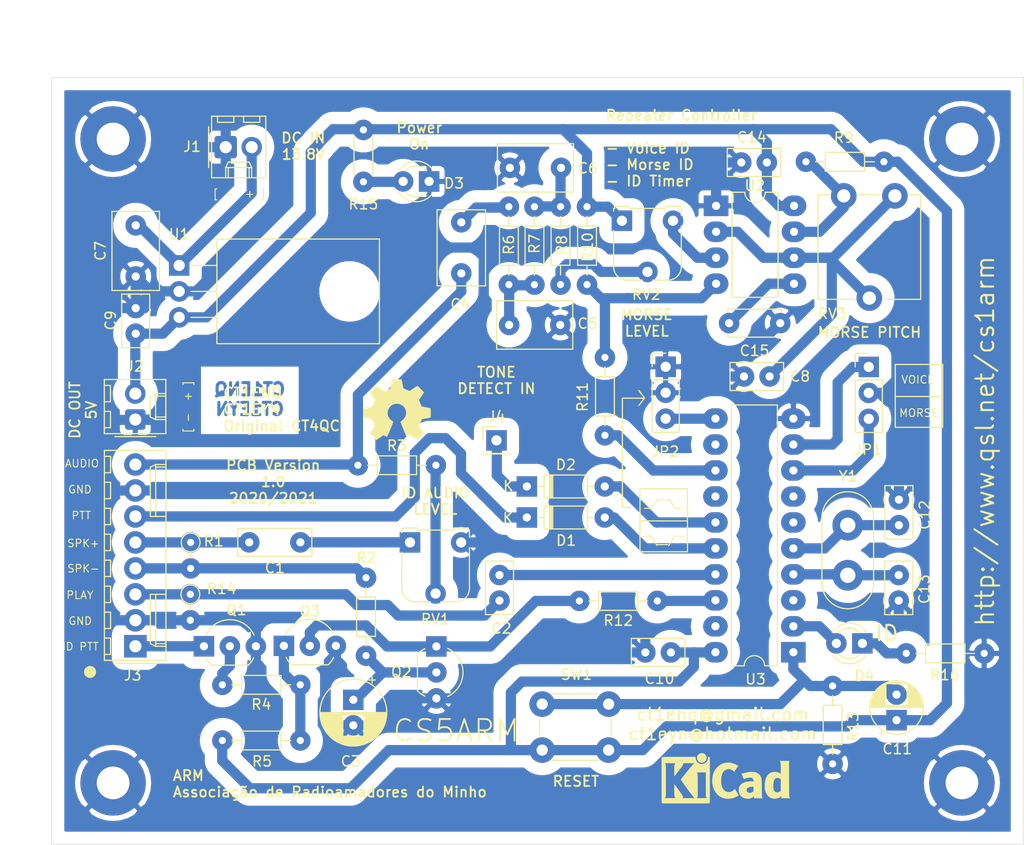
<source format=kicad_pcb>
(kicad_pcb (version 20171130) (host pcbnew 5.1.10-1.fc34)
  (title_block (title "Repeater Controller ID Board (NEUTEC 1645HS)") (date 2021-06-16) (rev 1.0) (company "ARM - Associação de Radioamadores do Minho") (comment 1 "by CT1ENQ, CT1EYN") (comment 2 "CT4QC Original") (comment 3 "Adapted from") (comment 4 "Top (MCU, ISD_VOICE, ID Interface, Morse Code)"))
  (layers (0 F.Cu signal) (31 B.Cu signal) (34 B.Paste user) (35 F.Paste user) (36 B.SilkS user) (37 F.SilkS user) (38 B.Mask user) (39 F.Mask user) (44 Edge.Cuts user))
  (net 0 "")
  (net 1 ISD_SPK+)
  (net 2 "Net-(C1-Pad1)")
  (net 3 ISD_PLAY)
  (net 4 "Net-(C2-Pad1)")
  (net 5 GND)
  (net 6 "Net-(C3-Pad1)")
  (net 7 "Net-(C4-Pad2)")
  (net 8 "Net-(C5-Pad1)")
  (net 9 "Net-(C6-Pad1)")
  (net 10 VCC)
  (net 11 "Net-(C8-Pad1)")
  (net 12 +5V)
  (net 13 "Net-(C11-Pad2)")
  (net 14 "Net-(C12-Pad1)")
  (net 15 "Net-(C13-Pad1)")
  (net 16 ISD_SPK-)
  (net 17 PTT)
  (net 18 "Net-(Q1-Pad2)")
  (net 19 "Net-(Q3-Pad1)")
  (net 20 "Net-(R3-Pad2)")
  (net 21 "Net-(R8-Pad2)")
  (net 22 "Net-(R9-Pad2)")
  (net 23 "Net-(R10-Pad2)")
  (net 24 "Net-(R11-Pad2)")
  (net 25 "Net-(U3-Pad7)")
  (net 26 "Net-(U3-Pad6)")
  (net 27 "Net-(U3-Pad14)")
  (net 28 "Net-(U3-Pad3)")
  (net 29 "Net-(U3-Pad12)")
  (net 30 ID_PTT)
  (net 31 Audio)
  (net 32 "Net-(C15-Pad1)")
  (net 33 "Net-(RV2-Pad3)")
  (net 34 "Net-(JP1-Pad3)")
  (net 35 "Net-(JP2-Pad3)")
  (net 36 "Net-(Q2-Pad1)")
  (net 37 "Net-(R12-Pad1)")
  (net 38 "Net-(JP1-Pad1)")
  (net 39 PTT_IN)
  (net 40 TONE_IN)
  (net 41 "Net-(U3-Pad19)")
  (net 42 ToneDetector)
  (net 43 "Net-(D4-Pad2)")
  (net 44 "Net-(D4-Pad1)")
  (net 45 "Net-(D3-Pad2)")
  (module Symbol:OSHW-Symbol_6.7x6mm_SilkScreen (layer F.Cu) (at 133.73882 82.48914)
    (fp_text reference REF** hide)
    (fp_text value OSHW-Symbol_6.7x6mm_SilkScreen hide)
  )
  (module Symbol:KiCad-Logo_5mm_SilkScreen (layer F.Cu) (at 165.90538 119.06514)
    (fp_text reference REF** hide)
    (fp_text value KiCad-Logo_5mm_SilkScreen hide)
  )
  (module Resistor_THT:R_Axial_DIN0204_L3.6mm_D1.6mm_P5.08mm_Horizontal (layer F.Cu) (at 130.47492 55.11302 270)
    (fp_text reference R15 (at 7.2644 0 180) (layer F.SilkS))
    (fp_text value 1k)
    (pad 2 thru_hole oval (at 5.08 0 270) (size 2 2) (drill 0.7) (layers *.Cu *.Mask) (net 45 "Net-(D3-Pad2)"))
    (pad 1 thru_hole circle (at 0 0 270) (size 2 2) (drill 0.7) (layers *.Cu *.Mask) (net 12 +5V))
  )
  (module Connector_Molex:Molex_KK-254_AE-6410-02A_1x02_P2.54mm_Vertical (layer F.Cu) (at 117.01 56.8)
    (fp_text reference J1 (at -3.28892 -0.05122) (layer F.SilkS))
    (fp_text value Conn_01x02)
    (pad 2 thru_hole oval (at 2.54 0) (size 2 2) (drill 1.19) (layers *.Cu *.Mask) (net 10 VCC))
    (pad 1 thru_hole roundrect (at 0 0) (size 2.2 2.2) (drill 1.19) (layers *.Cu *.Mask) (roundrect_rratio 0.144) (net 5 GND))
  )
  (module Resistor_THT:R_Axial_DIN0204_L3.6mm_D1.6mm_P7.62mm_Horizontal (layer F.Cu) (at 183.55584 106.32704)
    (fp_text reference R16 (at 3.76428 2.11328) (layer F.SilkS))
    (fp_text value 1k)
    (pad 2 thru_hole oval (at 7.62 0) (size 2 2) (drill 0.7) (layers *.Cu *.Mask) (net 5 GND))
    (pad 1 thru_hole circle (at 0 0) (size 2 2) (drill 0.7) (layers *.Cu *.Mask) (net 44 "Net-(D4-Pad1)"))
  )
  (module LED_THT:LED_D3.0mm (layer F.Cu) (at 179.26324 105.35168 180)
    (fp_text reference D4 (at -0.20574 -3.16992 180) (layer F.SilkS))
    (fp_text value LED)
    (pad 2 thru_hole circle (at 2.54 0 180) (size 2 2) (drill 0.9) (layers *.Cu *.Mask) (net 43 "Net-(D4-Pad2)"))
    (pad 1 thru_hole rect (at 0 0 180) (size 2 2) (drill 0.9) (layers *.Cu *.Mask) (net 44 "Net-(D4-Pad1)"))
  )
  (module LED_THT:LED_D3.0mm (layer F.Cu) (at 136.90112 60.15238 180)
    (fp_text reference D3 (at -2.43332 -0.18796) (layer F.SilkS))
    (fp_text value LED)
    (pad 2 thru_hole circle (at 2.54 0 180) (size 2 2) (drill 0.9) (layers *.Cu *.Mask) (net 45 "Net-(D3-Pad2)"))
    (pad 1 thru_hole rect (at 0 0 180) (size 2 2) (drill 0.9) (layers *.Cu *.Mask) (net 5 GND))
  )
  (module Resistor_THT:R_Axial_DIN0204_L3.6mm_D1.6mm_P2.54mm_Vertical (layer F.Cu) (at 113.55344 100.546 270)
    (fp_text reference R14 (at -0.5334 -3.05816 180) (layer F.SilkS))
    (fp_text value 10k)
    (pad 2 thru_hole oval (at 2.54 0 270) (size 2 2) (drill 0.7) (layers *.Cu *.Mask) (net 5 GND))
    (pad 1 thru_hole circle (at 0 0 270) (size 2 2) (drill 0.7) (layers *.Cu *.Mask) (net 3 ISD_PLAY))
  )
  (module Resistor_THT:R_Axial_DIN0204_L3.6mm_D1.6mm_P2.54mm_Vertical (layer F.Cu) (at 113.58392 95.47108 270)
    (fp_text reference R1 (at -0.127 -2.25044 180) (layer F.SilkS))
    (fp_text value 27)
    (pad 2 thru_hole oval (at 2.54 0 270) (size 2 2) (drill 0.7) (layers *.Cu *.Mask) (net 16 ISD_SPK-))
    (pad 1 thru_hole circle (at 0 0 270) (size 2 2) (drill 0.7) (layers *.Cu *.Mask) (net 1 ISD_SPK+))
  )
  (module Capacitor_THT:CP_Radial_D6.3mm_P2.50mm (layer F.Cu) (at 129.4894 110.86856 270)
    (fp_text reference C3 (at 6.0198 0.254 180) (layer F.SilkS))
    (fp_text value 100u/16V)
    (pad 2 thru_hole circle (at 2.5 0 270) (size 2 2) (drill 0.8) (layers *.Cu *.Mask) (net 5 GND))
    (pad 1 thru_hole rect (at 0 0 270) (size 2 2) (drill 0.8) (layers *.Cu *.Mask) (net 6 "Net-(C3-Pad1)"))
  )
  (module Potentiometer_THT:Potentiometer_ACP_CA9-V10_Vertical (layer F.Cu) (at 177.4446 61.56716 270)
    (fp_text reference RV3 (at 11.53668 1.12776) (layer F.SilkS))
    (fp_text value 22k)
    (pad 1 thru_hole circle (at 0 0 270) (size 2.5 2.5) (drill 1.3) (layers *.Cu *.Mask) (net 22 "Net-(R9-Pad2)"))
    (pad 2 thru_hole circle (at 10 -2.5 270) (size 2.5 2.5) (drill 1.3) (layers *.Cu *.Mask) (net 11 "Net-(C8-Pad1)"))
    (pad 3 thru_hole circle (at 0 -5 270) (size 2.5 2.5) (drill 1.3) (layers *.Cu *.Mask) (net 11 "Net-(C8-Pad1)"))
  )
  (module Capacitor_THT:C_Disc_D7.0mm_W2.5mm_P5.00mm (layer F.Cu) (at 124.31288 95.46092 180)
    (fp_text reference C1 (at 2.5 -2.5) (layer F.SilkS))
    (fp_text value 4n7)
    (pad 2 thru_hole circle (at 5 0 180) (size 2 2) (drill 0.8) (layers *.Cu *.Mask) (net 1 ISD_SPK+))
    (pad 1 thru_hole circle (at 0 0 180) (size 2 2) (drill 0.8) (layers *.Cu *.Mask) (net 2 "Net-(C1-Pad1)"))
  )
  (module Capacitor_THT:C_Disc_D5.0mm_W2.5mm_P5.00mm (layer F.Cu) (at 166.23304 74.01824)
    (fp_text reference C15 (at 2.48412 2.70256) (layer F.SilkS))
    (fp_text value 10n)
    (pad 2 thru_hole circle (at 5 0) (size 2 2) (drill 0.8) (layers *.Cu *.Mask) (net 5 GND))
    (pad 1 thru_hole circle (at 0 0) (size 2 2) (drill 0.8) (layers *.Cu *.Mask) (net 32 "Net-(C15-Pad1)"))
  )
  (module Capacitor_THT:C_Disc_D7.5mm_W4.4mm_P5.00mm (layer F.Cu) (at 108.21 69.45 90)
    (fp_text reference C7 (at 2.5 -3.45 90) (layer F.SilkS))
    (fp_text value 470n)
    (pad 2 thru_hole circle (at 5 0 90) (size 2 2) (drill 0.8) (layers *.Cu *.Mask) (net 10 VCC))
    (pad 1 thru_hole circle (at 0 0 90) (size 2 2) (drill 0.8) (layers *.Cu *.Mask) (net 5 GND))
  )
  (module Capacitor_THT:C_Rect_L7.2mm_W4.5mm_P5.00mm_FKS2_FKP2_MKS2_MKP2 (layer F.Cu) (at 149.79924 58.82396 180)
    (fp_text reference C6 (at -2.61112 -0.03556) (layer F.SilkS))
    (fp_text value 22n)
    (pad 2 thru_hole circle (at 5 0 180) (size 2 2) (drill 0.8) (layers *.Cu *.Mask) (net 5 GND))
    (pad 1 thru_hole circle (at 0 0 180) (size 2 2) (drill 0.8) (layers *.Cu *.Mask) (net 9 "Net-(C6-Pad1)"))
  )
  (module Capacitor_THT:C_Rect_L7.2mm_W4.5mm_P5.00mm_FKS2_FKP2_MKS2_MKP2 (layer F.Cu) (at 144.72432 74.19604)
    (fp_text reference C5 (at 7.66572 -0.13716) (layer F.SilkS))
    (fp_text value 22n)
    (pad 2 thru_hole circle (at 5 0) (size 2 2) (drill 0.8) (layers *.Cu *.Mask) (net 5 GND))
    (pad 1 thru_hole circle (at 0 0) (size 2 2) (drill 0.8) (layers *.Cu *.Mask) (net 8 "Net-(C5-Pad1)"))
  )
  (module Capacitor_THT:C_Rect_L7.2mm_W4.5mm_P5.00mm_FKS2_FKP2_MKS2_MKP2 (layer F.Cu) (at 140.04564 69.1516 90)
    (fp_text reference C4 (at -3.01752 -0.08636 180) (layer F.SilkS))
    (fp_text value 22n)
    (pad 2 thru_hole circle (at 5 0 90) (size 2 2) (drill 0.8) (layers *.Cu *.Mask) (net 7 "Net-(C4-Pad2)"))
    (pad 1 thru_hole circle (at 0 0 90) (size 2 2) (drill 0.8) (layers *.Cu *.Mask) (net 31 Audio))
  )
  (module MountingHole:MountingHole_3.2mm_M3_Pad (layer F.Cu) (at 189 56)
    (fp_text reference REF** hide)
    (fp_text value MountingHole_3.2mm_M3_Pad)
    (pad 1 thru_hole circle (at 0 0) (size 6.4 6.4) (drill 3.2) (layers *.Cu *.Mask) (net 5 GND))
  )
  (module MountingHole:MountingHole_3.2mm_M3_Pad (layer F.Cu) (at 189 119)
    (fp_text reference REF** hide)
    (fp_text value MountingHole_3.2mm_M3_Pad)
    (pad 1 thru_hole circle (at 0 0) (size 6.4 6.4) (drill 3.2) (layers *.Cu *.Mask) (net 5 GND))
  )
  (module MountingHole:MountingHole_3.2mm_M3_Pad (layer F.Cu) (at 106 119)
    (fp_text reference REF** hide)
    (fp_text value MountingHole_3.2mm_M3_Pad)
    (pad 1 thru_hole circle (at 0 0) (size 6.4 6.4) (drill 3.2) (layers *.Cu *.Mask) (net 5 GND))
  )
  (module MountingHole:MountingHole_3.2mm_M3_Pad (layer F.Cu) (at 106 56)
    (fp_text reference REF** hide)
    (fp_text value MountingHole_3.2mm_M3_Pad)
    (pad 1 thru_hole circle (at 0 0) (size 6.4 6.4) (drill 3.2) (layers *.Cu *.Mask) (net 5 GND))
  )
  (module Package_TO_SOT_THT:TO-220-3_Horizontal_TabDown (layer F.Cu) (at 112.46 68.37 270)
    (fp_text reference U1 (at -3.05888 0.00892 180) (layer F.SilkS))
    (fp_text value L7805)
    (pad 3 thru_hole circle (at 5.08 0 270) (size 2 2) (drill 1.1) (layers *.Cu *.Mask) (net 12 +5V))
    (pad 2 thru_hole oval (at 2.54 0 270) (size 2 2) (drill 1.1) (layers *.Cu *.Mask) (net 5 GND))
    (pad 1 thru_hole rect (at 0 0 270) (size 2 2) (drill 1.1) (layers *.Cu *.Mask) (net 10 VCC))
    (pad "" np_thru_hole oval (at 2.54 -16.66 270) (size 3.5 3.5) (drill 3.5) (layers *.Cu *.Mask))
  )
  (module Resistor_THT:R_Axial_DIN0204_L3.6mm_D1.6mm_P7.62mm_Horizontal (layer F.Cu) (at 176.3524 109.51728 270)
    (fp_text reference R13 (at 4.00304 -2.01168 270) (layer F.SilkS))
    (fp_text value 8k2)
    (pad 2 thru_hole circle (at 7.62 0 270) (size 2 2) (drill 0.7) (layers *.Cu *.Mask) (net 5 GND))
    (pad 1 thru_hole circle (at 0 0 270) (size 2 2) (drill 0.7) (layers *.Cu *.Mask) (net 13 "Net-(C11-Pad2)"))
  )
  (module Resistor_THT:R_Axial_DIN0204_L3.6mm_D1.6mm_P7.62mm_Horizontal (layer F.Cu) (at 116.6878 114.85128)
    (fp_text reference R5 (at 3.87096 2.04216) (layer F.SilkS))
    (fp_text value 4k7)
    (pad 1 thru_hole circle (at 0 0) (size 2 2) (drill 0.7) (layers *.Cu *.Mask) (net 12 +5V))
    (pad 2 thru_hole circle (at 7.62 0) (size 2 2) (drill 0.7) (layers *.Cu *.Mask) (net 19 "Net-(Q3-Pad1)"))
  )
  (module Resistor_THT:R_Axial_DIN0204_L3.6mm_D1.6mm_P7.62mm_Horizontal (layer F.Cu) (at 124.30526 109.40298 180)
    (fp_text reference R4 (at 3.81 -1.92) (layer F.SilkS))
    (fp_text value 3k9)
    (pad 2 thru_hole circle (at 7.62 0 180) (size 2 2) (drill 0.7) (layers *.Cu *.Mask) (net 18 "Net-(Q1-Pad2)"))
    (pad 1 thru_hole circle (at 0 0 180) (size 2 2) (drill 0.7) (layers *.Cu *.Mask) (net 19 "Net-(Q3-Pad1)"))
  )
  (module Connector_PinHeader_2.54mm:PinHeader_1x01_P2.54mm_Vertical (layer F.Cu) (at 143.48988 85.48888)
    (fp_text reference J4 (at 0 -2.33) (layer F.SilkS))
    (fp_text value "Tone Detector")
    (pad 1 thru_hole rect (at 0 0) (size 2 2) (drill 1) (layers *.Cu *.Mask) (net 42 ToneDetector))
  )
  (module Package_DIP:DIP-20_W7.62mm_LongPads (layer F.Cu) (at 172.517 106.21528 180)
    (fp_text reference U3 (at 3.69824 -2.6416) (layer F.SilkS))
    (fp_text value AT89C2051-24PU)
    (pad 20 thru_hole oval (at 7.62 0 180) (size 2.4 2) (drill 0.8) (layers *.Cu *.Mask) (net 12 +5V))
    (pad 10 thru_hole oval (at 0 22.86 180) (size 2.4 2) (drill 0.8) (layers *.Cu *.Mask) (net 5 GND))
    (pad 19 thru_hole oval (at 7.62 2.54 180) (size 2.4 2) (drill 0.8) (layers *.Cu *.Mask) (net 41 "Net-(U3-Pad19)"))
    (pad 9 thru_hole oval (at 0 20.32 180) (size 2.4 2) (drill 0.8) (layers *.Cu *.Mask) (net 38 "Net-(JP1-Pad1)"))
    (pad 18 thru_hole oval (at 7.62 5.08 180) (size 2.4 2) (drill 0.8) (layers *.Cu *.Mask) (net 37 "Net-(R12-Pad1)"))
    (pad 8 thru_hole oval (at 0 17.78 180) (size 2.4 2) (drill 0.8) (layers *.Cu *.Mask) (net 34 "Net-(JP1-Pad3)"))
    (pad 17 thru_hole oval (at 7.62 7.62 180) (size 2.4 2) (drill 0.8) (layers *.Cu *.Mask) (net 4 "Net-(C2-Pad1)"))
    (pad 7 thru_hole oval (at 0 15.24 180) (size 2.4 2) (drill 0.8) (layers *.Cu *.Mask) (net 25 "Net-(U3-Pad7)"))
    (pad 16 thru_hole oval (at 7.62 10.16 180) (size 2.4 2) (drill 0.8) (layers *.Cu *.Mask) (net 39 PTT_IN))
    (pad 6 thru_hole oval (at 0 12.7 180) (size 2.4 2) (drill 0.8) (layers *.Cu *.Mask) (net 26 "Net-(U3-Pad6)"))
    (pad 15 thru_hole oval (at 7.62 12.7 180) (size 2.4 2) (drill 0.8) (layers *.Cu *.Mask) (net 40 TONE_IN))
    (pad 5 thru_hole oval (at 0 10.16 180) (size 2.4 2) (drill 0.8) (layers *.Cu *.Mask) (net 14 "Net-(C12-Pad1)"))
    (pad 14 thru_hole oval (at 7.62 15.24 180) (size 2.4 2) (drill 0.8) (layers *.Cu *.Mask) (net 27 "Net-(U3-Pad14)"))
    (pad 4 thru_hole oval (at 0 7.62 180) (size 2.4 2) (drill 0.8) (layers *.Cu *.Mask) (net 15 "Net-(C13-Pad1)"))
    (pad 13 thru_hole oval (at 7.62 17.78 180) (size 2.4 2) (drill 0.8) (layers *.Cu *.Mask) (net 24 "Net-(R11-Pad2)"))
    (pad 3 thru_hole oval (at 0 5.08 180) (size 2.4 2) (drill 0.8) (layers *.Cu *.Mask) (net 28 "Net-(U3-Pad3)"))
    (pad 12 thru_hole oval (at 7.62 20.32 180) (size 2.4 2) (drill 0.8) (layers *.Cu *.Mask) (net 29 "Net-(U3-Pad12)"))
    (pad 2 thru_hole oval (at 0 2.54 180) (size 2.4 2) (drill 0.8) (layers *.Cu *.Mask) (net 43 "Net-(D4-Pad2)"))
    (pad 11 thru_hole oval (at 7.62 22.86 180) (size 2.4 2) (drill 0.8) (layers *.Cu *.Mask) (net 35 "Net-(JP2-Pad3)"))
    (pad 1 thru_hole rect (at 0 0 180) (size 2.4 2) (drill 0.8) (layers *.Cu *.Mask) (net 13 "Net-(C11-Pad2)"))
  )
  (module Diode_THT:D_DO-35_SOD27_P7.62mm_Horizontal (layer F.Cu) (at 146.4566 89.99484)
    (fp_text reference D2 (at 3.81 -2.12) (layer F.SilkS))
    (fp_text value 1N4148)
    (fp_text user K (at -1.80848 -0.0508) (layer F.SilkS))
    (pad 2 thru_hole oval (at 7.62 0) (size 2 2) (drill 0.8) (layers *.Cu *.Mask) (net 40 TONE_IN))
    (pad 1 thru_hole rect (at 0 0) (size 2 2) (drill 0.8) (layers *.Cu *.Mask) (net 42 ToneDetector))
  )
  (module Diode_THT:D_DO-35_SOD27_P7.62mm_Horizontal (layer F.Cu) (at 146.4566 93.03268)
    (fp_text reference D1 (at 3.84048 2.25044) (layer F.SilkS))
    (fp_text value 1N4148)
    (fp_text user K (at -1.84404 0.06096) (layer F.SilkS))
    (pad 2 thru_hole oval (at 7.62 0) (size 2 2) (drill 0.8) (layers *.Cu *.Mask) (net 39 PTT_IN))
    (pad 1 thru_hole rect (at 0 0) (size 2 2) (drill 0.8) (layers *.Cu *.Mask) (net 17 PTT))
  )
  (module Capacitor_THT:C_Disc_D5.0mm_W2.5mm_P2.50mm (layer F.Cu) (at 143.78198 98.66386 270)
    (fp_text reference C2 (at 5.21716 -0.19304 180) (layer F.SilkS))
    (fp_text value 100n)
    (pad 2 thru_hole circle (at 2.5 0 270) (size 2 2) (drill 0.8) (layers *.Cu *.Mask) (net 3 ISD_PLAY))
    (pad 1 thru_hole circle (at 0 0 270) (size 2 2) (drill 0.8) (layers *.Cu *.Mask) (net 4 "Net-(C2-Pad1)"))
  )
  (module Connector_PinHeader_2.54mm:PinHeader_1x03_P2.54mm_Vertical (layer F.Cu) (at 160.03036 78.28544)
    (fp_text reference JP2 (at -0.04064 8.30072) (layer F.SilkS))
    (fp_text value "PLAY L2H or H2L")
    (pad 3 thru_hole oval (at 0 5.08) (size 2 2) (drill 1) (layers *.Cu *.Mask) (net 35 "Net-(JP2-Pad3)"))
    (pad 2 thru_hole oval (at 0 2.54) (size 2 2) (drill 1) (layers *.Cu *.Mask) (net 5 GND))
    (pad 1 thru_hole rect (at 0 0) (size 2 2) (drill 1) (layers *.Cu *.Mask) (net 5 GND))
  )
  (module Connector_PinHeader_2.54mm:PinHeader_1x03_P2.54mm_Vertical (layer F.Cu) (at 179.88808 78.30068)
    (fp_text reference JP1 (at -0.06604 8.08736) (layer F.SilkS))
    (fp_text value "ID TYPE(None/Either/Both?)")
    (pad 3 thru_hole oval (at 0 5.08) (size 2 2) (drill 1) (layers *.Cu *.Mask) (net 34 "Net-(JP1-Pad3)"))
    (pad 2 thru_hole oval (at 0 2.54) (size 2 2) (drill 1) (layers *.Cu *.Mask) (net 5 GND))
    (pad 1 thru_hole rect (at 0 0) (size 2 2) (drill 1) (layers *.Cu *.Mask) (net 38 "Net-(JP1-Pad1)"))
  )
  (module Button_Switch_THT:SW_PUSH_6mm_H4.3mm (layer F.Cu) (at 147.9552 111.2902)
    (fp_text reference SW1 (at 3.3528 -2.89052) (layer F.SilkS))
    (fp_text value RESET)
    (pad 1 thru_hole circle (at 6.5 0 90) (size 2.5 2.5) (drill 1.1) (layers *.Cu *.Mask) (net 13 "Net-(C11-Pad2)"))
    (pad 2 thru_hole circle (at 6.5 4.5 90) (size 2.5 2.5) (drill 1.1) (layers *.Cu *.Mask) (net 12 +5V))
    (pad 1 thru_hole circle (at 0 0 90) (size 2.5 2.5) (drill 1.1) (layers *.Cu *.Mask) (net 13 "Net-(C11-Pad2)"))
    (pad 2 thru_hole circle (at 0 4.5 90) (size 2.5 2.5) (drill 1.1) (layers *.Cu *.Mask) (net 12 +5V))
  )
  (module Resistor_THT:R_Axial_DIN0204_L3.6mm_D1.6mm_P7.62mm_Horizontal (layer F.Cu) (at 149.75 62.625 270)
    (fp_text reference R8 (at 3.75 -0.125 90) (layer F.SilkS))
    (fp_text value 820)
    (pad 2 thru_hole circle (at 7.62 0 270) (size 2 2) (drill 0.7) (layers *.Cu *.Mask) (net 21 "Net-(R8-Pad2)"))
    (pad 1 thru_hole circle (at 0 0 270) (size 2 2) (drill 0.7) (layers *.Cu *.Mask) (net 9 "Net-(C6-Pad1)"))
  )
  (module Resistor_THT:R_Axial_DIN0204_L3.6mm_D1.6mm_P7.62mm_Horizontal (layer F.Cu) (at 181.36636 58.2296 180)
    (fp_text reference R9 (at 3.92176 2.3622) (layer F.SilkS))
    (fp_text value 10k)
    (pad 2 thru_hole circle (at 7.62 0 180) (size 2 2) (drill 0.7) (layers *.Cu *.Mask) (net 22 "Net-(R9-Pad2)"))
    (pad 1 thru_hole circle (at 0 0 180) (size 2 2) (drill 0.7) (layers *.Cu *.Mask) (net 12 +5V))
  )
  (module Resistor_THT:R_Axial_DIN0204_L3.6mm_D1.6mm_P7.62mm_Horizontal (layer F.Cu) (at 147.2 70.25 90)
    (fp_text reference R7 (at 4 0 90) (layer F.SilkS))
    (fp_text value 820)
    (pad 2 thru_hole circle (at 7.62 0 90) (size 2 2) (drill 0.7) (layers *.Cu *.Mask) (net 9 "Net-(C6-Pad1)"))
    (pad 1 thru_hole circle (at 0 0 90) (size 2 2) (drill 0.7) (layers *.Cu *.Mask) (net 8 "Net-(C5-Pad1)"))
  )
  (module Resistor_THT:R_Axial_DIN0204_L3.6mm_D1.6mm_P7.62mm_Horizontal (layer F.Cu) (at 144.7 62.625 270)
    (fp_text reference R6 (at 3.725 0 90) (layer F.SilkS))
    (fp_text value 680)
    (pad 2 thru_hole circle (at 7.62 0 270) (size 2 2) (drill 0.7) (layers *.Cu *.Mask) (net 8 "Net-(C5-Pad1)"))
    (pad 1 thru_hole circle (at 0 0 270) (size 2 2) (drill 0.7) (layers *.Cu *.Mask) (net 7 "Net-(C4-Pad2)"))
  )
  (module Resistor_THT:R_Axial_DIN0204_L3.6mm_D1.6mm_P7.62mm_Horizontal (layer F.Cu) (at 129.94 87.92)
    (fp_text reference R3 (at 3.81 -1.92) (layer F.SilkS))
    (fp_text value 10k)
    (pad 2 thru_hole circle (at 7.62 0) (size 2 2) (drill 0.7) (layers *.Cu *.Mask) (net 20 "Net-(R3-Pad2)"))
    (pad 1 thru_hole circle (at 0 0) (size 2 2) (drill 0.7) (layers *.Cu *.Mask) (net 31 Audio))
  )
  (module Resistor_THT:R_Axial_DIN0204_L3.6mm_D1.6mm_P7.62mm_Horizontal (layer F.Cu) (at 130.73 106.55 90)
    (fp_text reference R2 (at 9.56508 0.0294 180) (layer F.SilkS))
    (fp_text value 1k)
    (pad 2 thru_hole circle (at 7.62 0 90) (size 2 2) (drill 0.7) (layers *.Cu *.Mask) (net 16 ISD_SPK-))
    (pad 1 thru_hole circle (at 0 0 90) (size 2 2) (drill 0.7) (layers *.Cu *.Mask) (net 6 "Net-(C3-Pad1)"))
  )
  (module Resistor_THT:R_Axial_DIN0204_L3.6mm_D1.6mm_P7.62mm_Horizontal (layer F.Cu) (at 159.21248 101.1937 180)
    (fp_text reference R12 (at 3.81 -1.92) (layer F.SilkS))
    (fp_text value 4K7)
    (pad 2 thru_hole circle (at 7.62 0 180) (size 2 2) (drill 0.7) (layers *.Cu *.Mask) (net 36 "Net-(Q2-Pad1)"))
    (pad 1 thru_hole circle (at 0 0 180) (size 2 2) (drill 0.7) (layers *.Cu *.Mask) (net 37 "Net-(R12-Pad1)"))
  )
  (module Resistor_THT:R_Axial_DIN0204_L3.6mm_D1.6mm_P7.62mm_Horizontal (layer F.Cu) (at 154.09184 77.37104 270)
    (fp_text reference R11 (at 3.87604 2.18948 90) (layer F.SilkS))
    (fp_text value 120)
    (pad 2 thru_hole circle (at 7.62 0 270) (size 2 2) (drill 0.7) (layers *.Cu *.Mask) (net 24 "Net-(R11-Pad2)"))
    (pad 1 thru_hole circle (at 0 0 270) (size 2 2) (drill 0.7) (layers *.Cu *.Mask) (net 23 "Net-(R10-Pad2)"))
  )
  (module Resistor_THT:R_Axial_DIN0204_L3.6mm_D1.6mm_P7.62mm_Horizontal (layer F.Cu) (at 152.34 62.625 270)
    (fp_text reference R10 (at 3.95 -0.06 90) (layer F.SilkS))
    (fp_text value 4k7)
    (pad 2 thru_hole circle (at 7.62 0 270) (size 2 2) (drill 0.7) (layers *.Cu *.Mask) (net 23 "Net-(R10-Pad2)"))
    (pad 1 thru_hole circle (at 0 0 270) (size 2 2) (drill 0.7) (layers *.Cu *.Mask) (net 12 +5V))
  )
  (module Potentiometer_THT:Potentiometer_Runtron_RM-065_Vertical (layer F.Cu) (at 155.75 64)
    (fp_text reference RV2 (at 2.39 7.22) (layer F.SilkS))
    (fp_text value 6k8)
    (pad 2 thru_hole circle (at 2.5 5) (size 2 2) (drill 1) (layers *.Cu *.Mask) (net 21 "Net-(R8-Pad2)"))
    (pad 1 thru_hole rect (at 0 0) (size 2 2) (drill 1) (layers *.Cu *.Mask) (net 12 +5V))
    (pad 3 thru_hole circle (at 5 0) (size 2 2) (drill 1) (layers *.Cu *.Mask) (net 33 "Net-(RV2-Pad3)"))
  )
  (module Capacitor_THT:C_Disc_D5.0mm_W2.5mm_P2.50mm (layer F.Cu) (at 169.925 58.3 180)
    (fp_text reference C14 (at 1.47708 2.47324) (layer F.SilkS))
    (fp_text value 100n)
    (pad 2 thru_hole circle (at 2.5 0 180) (size 2 2) (drill 0.8) (layers *.Cu *.Mask) (net 5 GND))
    (pad 1 thru_hole circle (at 0 0 180) (size 2 2) (drill 0.8) (layers *.Cu *.Mask) (net 12 +5V))
  )
  (module Potentiometer_THT:Potentiometer_Runtron_RM-065_Vertical (layer F.Cu) (at 135.03168 95.47108)
    (fp_text reference RV1 (at 2.47904 7.50824) (layer F.SilkS))
    (fp_text value 50k)
    (pad 2 thru_hole circle (at 2.5 5) (size 2 2) (drill 1) (layers *.Cu *.Mask) (net 20 "Net-(R3-Pad2)"))
    (pad 1 thru_hole rect (at 0 0) (size 2 2) (drill 1) (layers *.Cu *.Mask) (net 2 "Net-(C1-Pad1)"))
    (pad 3 thru_hole circle (at 5 0) (size 2 2) (drill 1) (layers *.Cu *.Mask) (net 5 GND))
  )
  (module Connector_Molex:Molex_KK-254_AE-6410-08A_1x08_P2.54mm_Vertical (layer F.Cu) (at 108.18 105.63 90)
    (fp_text reference J3 (at -2.84588 -0.26536 180) (layer F.SilkS))
    (fp_text value Conn_01x08)
    (pad 1 thru_hole rect (at 0 0 90) (size 2.2 2.2) (drill 1.19) (layers *.Cu *.Mask) (net 30 ID_PTT))
    (pad 2 thru_hole oval (at 2.54 0 90) (size 2.2 2.2) (drill 1.19) (layers *.Cu *.Mask) (net 5 GND))
    (pad 3 thru_hole oval (at 5.08 0 90) (size 2.2 2.2) (drill 1.19) (layers *.Cu *.Mask) (net 3 ISD_PLAY))
    (pad 4 thru_hole oval (at 7.62 0 90) (size 2.2 2.2) (drill 1.19) (layers *.Cu *.Mask) (net 16 ISD_SPK-))
    (pad 5 thru_hole oval (at 10.16 0 90) (size 2.2 2.2) (drill 1.19) (layers *.Cu *.Mask) (net 1 ISD_SPK+))
    (pad 6 thru_hole oval (at 12.7 0 90) (size 2.2 2.2) (drill 1.19) (layers *.Cu *.Mask) (net 17 PTT))
    (pad 7 thru_hole oval (at 15.24 0 90) (size 2.2 2.2) (drill 1.19) (layers *.Cu *.Mask) (net 5 GND))
    (pad 8 thru_hole oval (at 17.78 0 90) (size 2.2 2.2) (drill 1.19) (layers *.Cu *.Mask) (net 31 Audio))
  )
  (module Connector_Molex:Molex_KK-254_AE-6410-02A_1x02_P2.54mm_Vertical (layer F.Cu) (at 108.17 83.45 90)
    (fp_text reference J2 (at 5.20012 -0.02676 180) (layer F.SilkS))
    (fp_text value Conn_01x02)
    (pad 2 thru_hole oval (at 2.54 0 90) (size 2 2) (drill 1.19) (layers *.Cu *.Mask) (net 12 +5V))
    (pad 1 thru_hole roundrect (at 0 0 90) (size 2 2) (drill 1.19) (layers *.Cu *.Mask) (roundrect_rratio 0.144) (net 5 GND))
  )
  (module Capacitor_THT:C_Disc_D5.0mm_W2.5mm_P2.50mm (layer F.Cu) (at 182.81924 98.6664 270)
    (fp_text reference C13 (at 1.37668 -2.50444 90) (layer F.SilkS))
    (fp_text value 33p)
    (pad 2 thru_hole circle (at 2.5 0 270) (size 2 2) (drill 0.8) (layers *.Cu *.Mask) (net 5 GND))
    (pad 1 thru_hole circle (at 0 0 270) (size 2 2) (drill 0.8) (layers *.Cu *.Mask) (net 15 "Net-(C13-Pad1)"))
  )
  (module Capacitor_THT:C_Disc_D5.0mm_W2.5mm_P2.50mm (layer F.Cu) (at 182.83956 93.78452 90)
    (fp_text reference C12 (at 1.00584 2.52984 270) (layer F.SilkS))
    (fp_text value 33p)
    (pad 2 thru_hole circle (at 2.5 0 90) (size 2 2) (drill 0.8) (layers *.Cu *.Mask) (net 5 GND))
    (pad 1 thru_hole circle (at 0 0 90) (size 2 2) (drill 0.8) (layers *.Cu *.Mask) (net 14 "Net-(C12-Pad1)"))
  )
  (module Capacitor_THT:C_Disc_D5.0mm_W2.5mm_P2.50mm (layer F.Cu) (at 160.54408 106.2356 180)
    (fp_text reference C10 (at 1.11316 -2.57048) (layer F.SilkS))
    (fp_text value 100n)
    (pad 2 thru_hole circle (at 2.5 0 180) (size 2 2) (drill 0.8) (layers *.Cu *.Mask) (net 5 GND))
    (pad 1 thru_hole circle (at 0 0 180) (size 2 2) (drill 0.8) (layers *.Cu *.Mask) (net 12 +5V))
  )
  (module Capacitor_THT:C_Disc_D5.0mm_W2.5mm_P2.50mm (layer F.Cu) (at 108.21 72.55 270)
    (fp_text reference C9 (at 1.2 2.45 90) (layer F.SilkS))
    (fp_text value 100n)
    (pad 2 thru_hole circle (at 2.5 0 270) (size 2 2) (drill 0.8) (layers *.Cu *.Mask) (net 12 +5V))
    (pad 1 thru_hole circle (at 0 0 270) (size 2 2) (drill 0.8) (layers *.Cu *.Mask) (net 5 GND))
  )
  (module Capacitor_THT:C_Disc_D5.0mm_W2.5mm_P2.50mm (layer F.Cu) (at 170.19036 79.2354 180)
    (fp_text reference C8 (at -2.98196 0.00508) (layer F.SilkS))
    (fp_text value 100n)
    (pad 2 thru_hole circle (at 2.5 0 180) (size 2 2) (drill 0.8) (layers *.Cu *.Mask) (net 5 GND))
    (pad 1 thru_hole circle (at 0 0 180) (size 2 2) (drill 0.8) (layers *.Cu *.Mask) (net 11 "Net-(C8-Pad1)"))
  )
  (module Crystal:Crystal_HC50_Vertical (layer F.Cu) (at 177.83576 93.78452 270)
    (fp_text reference Y1 (at -4.78536 -0.02032 180) (layer F.SilkS))
    (fp_text value 4MHz)
    (pad 2 thru_hole circle (at 4.9 0 270) (size 3 3) (drill 1.5) (layers *.Cu *.Mask) (net 15 "Net-(C13-Pad1)"))
    (pad 1 thru_hole circle (at 0 0 270) (size 3 3) (drill 1.5) (layers *.Cu *.Mask) (net 14 "Net-(C12-Pad1)"))
  )
  (module Package_DIP:DIP-8_W7.62mm_LongPads (layer F.Cu) (at 164.96 62.54)
    (fp_text reference U2 (at 3.78764 -1.98376) (layer F.SilkS))
    (fp_text value NE555P)
    (pad 8 thru_hole oval (at 7.62 0) (size 2.4 2) (drill 0.8) (layers *.Cu *.Mask) (net 12 +5V))
    (pad 4 thru_hole oval (at 0 7.62) (size 2.4 2) (drill 0.8) (layers *.Cu *.Mask) (net 23 "Net-(R10-Pad2)"))
    (pad 7 thru_hole oval (at 7.62 2.54) (size 2.4 2) (drill 0.8) (layers *.Cu *.Mask) (net 22 "Net-(R9-Pad2)"))
    (pad 3 thru_hole oval (at 0 5.08) (size 2.4 2) (drill 0.8) (layers *.Cu *.Mask) (net 33 "Net-(RV2-Pad3)"))
    (pad 6 thru_hole oval (at 7.62 5.08) (size 2.4 2) (drill 0.8) (layers *.Cu *.Mask) (net 11 "Net-(C8-Pad1)"))
    (pad 2 thru_hole oval (at 0 2.54) (size 2.4 2) (drill 0.8) (layers *.Cu *.Mask) (net 11 "Net-(C8-Pad1)"))
    (pad 5 thru_hole oval (at 7.62 7.62) (size 2.4 2) (drill 0.8) (layers *.Cu *.Mask) (net 32 "Net-(C15-Pad1)"))
    (pad 1 thru_hole rect (at 0 0) (size 2.4 2) (drill 0.8) (layers *.Cu *.Mask) (net 5 GND))
  )
  (module Package_TO_SOT_THT:TO-92_Inline_Wide (layer F.Cu) (at 122.7 105.59)
    (fp_text reference Q3 (at 2.53744 -3.393) (layer F.SilkS))
    (fp_text value BC548C)
    (pad 1 thru_hole rect (at 0 0) (size 2 2) (drill 0.8) (layers *.Cu *.Mask) (net 19 "Net-(Q3-Pad1)"))
    (pad 3 thru_hole circle (at 5.08 0) (size 2 2) (drill 0.8) (layers *.Cu *.Mask) (net 5 GND))
    (pad 2 thru_hole circle (at 2.54 0) (size 2 2) (drill 0.8) (layers *.Cu *.Mask) (net 36 "Net-(Q2-Pad1)"))
  )
  (module Package_TO_SOT_THT:TO-92_Inline_Wide (layer F.Cu) (at 137.61 105.65 270)
    (fp_text reference Q2 (at 2.52108 3.42668 180) (layer F.SilkS))
    (fp_text value BC548)
    (pad 1 thru_hole rect (at 0 0 270) (size 2 2) (drill 0.8) (layers *.Cu *.Mask) (net 36 "Net-(Q2-Pad1)"))
    (pad 3 thru_hole circle (at 5.08 0 270) (size 2 2) (drill 0.8) (layers *.Cu *.Mask) (net 5 GND))
    (pad 2 thru_hole circle (at 2.54 0 270) (size 2 2) (drill 0.8) (layers *.Cu *.Mask) (net 6 "Net-(C3-Pad1)"))
  )
  (module Package_TO_SOT_THT:TO-92_Inline_Wide (layer F.Cu) (at 114.88 105.63)
    (fp_text reference Q1 (at 3.17432 -3.55238) (layer F.SilkS))
    (fp_text value BC548B)
    (pad 1 thru_hole rect (at 0 0) (size 2 2) (drill 0.8) (layers *.Cu *.Mask) (net 30 ID_PTT))
    (pad 3 thru_hole circle (at 5.08 0) (size 2 2) (drill 0.8) (layers *.Cu *.Mask) (net 5 GND))
    (pad 2 thru_hole circle (at 2.54 0) (size 2 2) (drill 0.8) (layers *.Cu *.Mask) (net 18 "Net-(Q1-Pad2)"))
  )
  (module Capacitor_THT:CP_Radial_D5.0mm_P2.50mm (layer F.Cu) (at 182.60588 112.86246 90)
    (fp_text reference C11 (at -2.8194 0.07112 180) (layer F.SilkS))
    (fp_text value 10u/50V)
    (pad 2 thru_hole circle (at 2.5 0 90) (size 2 2) (drill 0.8) (layers *.Cu *.Mask) (net 13 "Net-(C11-Pad2)"))
    (pad 1 thru_hole rect (at 0 0 90) (size 2 2) (drill 0.8) (layers *.Cu *.Mask) (net 12 +5V))
  )
  (gr_text "Power\nOn" (at 135.93592 55.69976) (layer F.SilkS) (effects (font (size 1 1) (thickness 0.175))))
  (gr_text ID (at 181.65084 104.36362) (layer F.SilkS) (effects (font (size 1.5 1.5) (thickness 0.2))))
  (gr_text CS5ARM (at 139.54272 113.88862) (layer F.SilkS) (effects (font (size 2.1 2.1) (thickness 0.175))))
  (gr_text "CT1ENQ\nCT1EYN" (at 119.37004 81.46044) (layer B.Cu) (effects (font (size 1.2 1.2) (thickness 0.3)) (justify mirror)))
  (gr_line (start 155.79872 81.37408) (end 155.79872 92.037) (layer F.SilkS) (width 0.12))
  (gr_line (start 157.93232 81.369) (end 157.40908 82.07512) (layer F.SilkS) (width 0.12))
  (gr_line (start 157.95772 81.32836) (end 157.39892 80.60192) (layer F.SilkS) (width 0.12))
  (gr_line (start 155.84444 92.04208) (end 156.62676 92.04208) (layer F.SilkS) (width 0.12))
  (gr_line (start 155.79872 81.35884) (end 157.9374 81.35884) (layer F.SilkS) (width 0.12))
  (gr_text "ct1enq@gmail.com\nct1eyn@hotmail.com" (at 165.59296 113.24092) (layer F.SilkS) (effects (font (size 1.2 1.2) (thickness 0.175))))
  (gr_text "PCB Version\n1.0\n2020/2021" (at 121.65604 89.53764) (layer F.SilkS) (effects (font (size 1 1) (thickness 0.175))))
  (gr_text "Repeater Controller\n\n- Voice ID\n- Morse ID\n- ID Timer" (at 154.0766 56.89864) (layer F.SilkS) (effects (font (size 1 1) (thickness 0.175)) (justify left)))
  (gr_circle (center 103.76428 108.12536) (end 104.00812 108.36412) (layer F.SilkS) (width 0.12))
  (gr_circle (center 103.82524 108.19648) (end 103.8608 108.23712) (layer F.SilkS) (width 0.12))
  (gr_circle (center 103.80492 108.20156) (end 103.89636 108.27268) (layer F.SilkS) (width 0.12))
  (gr_circle (center 103.71348 108.12536) (end 103.76936 108.18124) (layer F.SilkS) (width 0.12))
  (gr_circle (center 103.7338 108.13552) (end 103.87096 108.26252) (layer F.SilkS) (width 0.12))
  (gr_circle (center 103.72364 108.15076) (end 103.51028 107.96788) (layer F.SilkS) (width 0.12))
  (gr_circle (center 103.7338 108.16092) (end 103.57632 107.80024) (layer F.SilkS) (width 0.12))
  (gr_circle (center 103.74396 108.1152) (end 103.33248 107.9374) (layer F.SilkS) (width 0.12))
  (gr_circle (center 103.74904 108.14568) (end 104.04876 108.58256) (layer F.SilkS) (width 0.12))
  (gr_line (start 182.51952 84.20872) (end 187.09152 84.20872) (layer F.SilkS) (width 0.12))
  (gr_line (start 182.53984 81.19628) (end 187.05596 81.19628) (layer F.SilkS) (width 0.12))
  (gr_text MORSE (at 184.76488 82.80664) (layer F.SilkS) (effects (font (size 0.75 0.75) (thickness 0.1))))
  (gr_line (start 182.47888 78.07208) (end 182.47888 84.20364) (layer F.SilkS) (width 0.12))
  (gr_line (start 187.08136 78.05684) (end 182.4992 78.05684) (layer F.SilkS) (width 0.12))
  (gr_text VOICE (at 184.68868 79.55036) (layer F.SilkS) (effects (font (size 0.75 0.75) (thickness 0.1))))
  (gr_line (start 187.11692 84.19856) (end 187.11692 78.05684) (layer F.SilkS) (width 0.12))
  (gr_text "TONE\nDETECT IN" (at 143.47972 79.62148) (layer F.SilkS) (effects (font (size 1 1) (thickness 0.175))))
  (gr_text http://www.qsl.net/cs1arm (at 191.25204 103.81752 90) (layer F.SilkS) (effects (font (size 1.75 1.75) (thickness 0.2)) (justify left)))
  (gr_text "ARM\nAssociação de Radioamadores do Minho" (at 111.75004 119.088) (layer F.SilkS) (effects (font (size 1 1) (thickness 0.175)) (justify left)))
  (gr_text "CT1ENQ\nCT1EYN\nOriginal CT4QC" (at 116.67764 82.4612) (layer F.SilkS) (effects (font (size 1 1) (thickness 0.175)) (justify left)))
  (gr_text RESET (at 151.25212 118.84416) (layer F.SilkS) (effects (font (size 1 1) (thickness 0.175))))
  (gr_text "ID AUDIO\nLEVEL" (at 137.51072 91.43248) (layer F.SilkS) (effects (font (size 1 1) (thickness 0.175))))
  (gr_text "MORSE PITCH" (at 179.9592 74.92248) (layer F.SilkS) (effects (font (size 1 1) (thickness 0.175))))
  (gr_text "MORSE\nLEVEL" (at 158.18124 74) (layer F.SilkS) (effects (font (size 1 1) (thickness 0.175))))
  (gr_text "DC IN\n13.8V" (at 124.59736 56.70814) (layer F.SilkS) (effects (font (size 1 1) (thickness 0.175))))
  (gr_text "[ -  + ]" (at 118.33626 61.36396) (layer F.SilkS) (effects (font (size 0.75 0.75) (thickness 0.1))))
  (gr_text "[ -  + ]" (at 113.30452 82.21228 90) (layer F.SilkS) (effects (font (size 0.75 0.75) (thickness 0.1))))
  (gr_text "DC OUT\n5V" (at 103.06324 82.52216 90) (layer F.SilkS) (effects (font (size 1 1) (thickness 0.175))))
  (gr_line (start 157.52084 90.24376) (end 157.52084 96.37532) (layer F.SilkS) (width 0.12))
  (gr_line (start 162.15888 96.37024) (end 162.15888 90.22852) (layer F.SilkS) (width 0.12))
  (gr_line (start 157.5818 93.36796) (end 162.09792 93.36796) (layer F.SilkS) (width 0.12))
  (gr_line (start 162.12332 90.22852) (end 157.54116 90.22852) (layer F.SilkS) (width 0.12))
  (gr_line (start 157.56148 96.3804) (end 162.13348 96.3804) (layer F.SilkS) (width 0.12))
  (gr_text ```\__/``` (at 159.82716 95.27296) (layer F.SilkS) (effects (font (size 0.75 0.75) (thickness 0.1))))
  (gr_text _/````\_ (at 159.73064 91.72204) (layer F.SilkS) (effects (font (size 0.75 0.75) (thickness 0.1))))
  (gr_text "ID PTT" (at 102.8067 105.6641) (layer F.SilkS) (effects (font (size 0.75 0.75) (thickness 0.1))))
  (gr_text PLAY (at 102.75844 100.6222) (layer F.SilkS) (effects (font (size 0.75 0.75) (thickness 0.1))))
  (gr_text SPK- (at 103.09372 98.0314) (layer F.SilkS) (effects (font (size 0.75 0.75) (thickness 0.1))))
  (gr_text SPK+ (at 103.09372 95.55744) (layer F.SilkS) (effects (font (size 0.75 0.75) (thickness 0.1))))
  (gr_text PTT (at 102.89052 92.83964) (layer F.SilkS) (effects (font (size 0.75 0.75) (thickness 0.1))))
  (gr_text GND (at 102.78384 103.15712) (layer F.SilkS) (effects (font (size 0.75 0.75) (thickness 0.1))))
  (gr_text GND (at 102.75844 90.28948) (layer F.SilkS) (effects (font (size 0.75 0.75) (thickness 0.1))))
  (gr_text AUDIO (at 102.95656 87.7444) (layer F.SilkS) (effects (font (size 0.75 0.75) (thickness 0.1))))
  (gr_line (start 100 125) (end 100 50) (layer Edge.Cuts) (width 0.05))
  (gr_line (start 195 125) (end 100 125) (layer Edge.Cuts) (width 0.05))
  (gr_line (start 195 50) (end 195 125) (layer Edge.Cuts) (width 0.05))
  (gr_line (start 100 50) (end 195 50) (layer Edge.Cuts) (width 0.05))
  (segment (start 113.58284 95.47) (end 113.58392 95.47108) (width 1) (layer B.Cu) (net 1))
  (segment (start 108.18 95.47) (end 113.58284 95.47) (width 1) (layer B.Cu) (net 1))
  (segment (start 119.30272 95.47108) (end 119.31288 95.46092) (width 1) (layer B.Cu) (net 1))
  (segment (start 113.58392 95.47108) (end 119.30272 95.47108) (width 1) (layer B.Cu) (net 1))
  (segment (start 135.02914 95.47362) (end 135.03168 95.47108) (width 1) (layer B.Cu) (net 2))
  (segment (start 135.02152 95.46092) (end 135.03168 95.47108) (width 1) (layer B.Cu) (net 2))
  (segment (start 124.31288 95.46092) (end 135.02152 95.46092) (width 1) (layer B.Cu) (net 2))
  (segment (start 113.4961 100.55) (end 113.5636 100.4825) (width 1) (layer B.Cu) (net 3))
  (segment (start 133.87376 102.62658) (end 142.32688 102.62658) (width 1) (layer B.Cu) (net 3))
  (segment (start 132.84728 101.6001) (end 133.87376 102.62658) (width 1) (layer B.Cu) (net 3))
  (segment (start 129.8323 101.6001) (end 132.84728 101.6001) (width 1) (layer B.Cu) (net 3))
  (segment (start 142.32688 102.61896) (end 143.78198 101.16386) (width 1) (layer B.Cu) (net 3))
  (segment (start 142.32688 102.62658) (end 142.32688 102.61896) (width 1) (layer B.Cu) (net 3))
  (segment (start 113.54944 100.55) (end 113.55344 100.546) (width 1) (layer B.Cu) (net 3))
  (segment (start 108.18 100.55) (end 113.54944 100.55) (width 1) (layer B.Cu) (net 3))
  (segment (start 128.7782 100.546) (end 129.8323 101.6001) (width 1) (layer B.Cu) (net 3))
  (segment (start 113.55344 100.546) (end 128.7782 100.546) (width 1) (layer B.Cu) (net 3))
  (segment (start 164.82842 98.66386) (end 164.897 98.59528) (width 1) (layer B.Cu) (net 4))
  (segment (start 143.78198 98.66386) (end 164.82842 98.66386) (width 1) (layer B.Cu) (net 4))
  (segment (start 142.2402 72.30628) (end 142.2402 67.0942) (width 1) (layer B.Cu) (net 5))
  (segment (start 142.2402 67.0942) (end 141.76776 66.62176) (width 1) (layer B.Cu) (net 5))
  (segment (start 141.76776 66.62176) (end 137.84092 66.62176) (width 1) (layer B.Cu) (net 5))
  (segment (start 109.67 70.91) (end 108.21 69.45) (width 1) (layer B.Cu) (net 5))
  (segment (start 112.46 70.91) (end 109.67 70.91) (width 1) (layer B.Cu) (net 5))
  (segment (start 109.67 71.09) (end 109.67 70.91) (width 1) (layer B.Cu) (net 5))
  (segment (start 108.21 72.55) (end 109.67 71.09) (width 1) (layer B.Cu) (net 5))
  (segment (start 119.96 105.63) (end 119.96 107.7259) (width 1) (layer B.Cu) (net 5))
  (segment (start 179.88808 80.84068) (end 183.51012 80.84068) (width 1) (layer B.Cu) (net 5))
  (segment (start 182.83956 91.28452) (end 182.83956 88.89248) (width 1) (layer B.Cu) (net 5))
  (segment (start 127.78 107.32016) (end 127.78 105.59) (width 1) (layer B.Cu) (net 5))
  (segment (start 126.73604 108.36412) (end 127.78 107.32016) (width 1) (layer B.Cu) (net 5))
  (segment (start 126.73604 112.43828) (end 126.73604 108.36412) (width 1) (layer B.Cu) (net 5))
  (segment (start 127.66632 113.36856) (end 126.73604 112.43828) (width 1) (layer B.Cu) (net 5))
  (segment (start 129.4894 113.36856) (end 127.66632 113.36856) (width 1) (layer B.Cu) (net 5))
  (segment (start 129.4894 113.36856) (end 131.67316 113.36856) (width 1) (layer B.Cu) (net 5))
  (segment (start 134.31172 110.73) (end 137.61 110.73) (width 1) (layer B.Cu) (net 5))
  (segment (start 131.67316 113.36856) (end 134.31172 110.73) (width 1) (layer B.Cu) (net 5))
  (segment (start 108.18 103.09) (end 105.4396 103.09) (width 1) (layer B.Cu) (net 5))
  (segment (start 108.18 90.39) (end 105.30244 90.39) (width 1) (layer B.Cu) (net 5))
  (segment (start 108.18 90.39) (end 111.2816 90.39) (width 1) (layer B.Cu) (net 5))
  (segment (start 117.01 56.8) (end 114.43524 56.8) (width 1) (layer B.Cu) (net 5))
  (segment (start 117.01 56.8) (end 117.01 54.48348) (width 1) (layer B.Cu) (net 5))
  (segment (start 117.01 56.8) (end 117.01 59.24344) (width 1) (layer B.Cu) (net 5))
  (segment (start 158.04408 106.2356) (end 154.31536 106.2356) (width 1) (layer B.Cu) (net 5))
  (segment (start 158.04408 106.2356) (end 158.04408 103.98008) (width 1) (layer B.Cu) (net 5))
  (segment (start 112.46 70.91) (end 114.10644 70.91) (width 1) (layer B.Cu) (net 5))
  (segment (start 114.10644 70.91) (end 115.33144 69.685) (width 1) (layer B.Cu) (net 5))
  (segment (start 140.03168 95.47108) (end 141.99128 95.47108) (width 1) (layer B.Cu) (net 5))
  (segment (start 108.21 72.55) (end 105.95896 72.55) (width 1) (layer B.Cu) (net 5))
  (segment (start 108.21 72.55) (end 109.05776 72.55) (width 1) (layer B.Cu) (net 5))
  (segment (start 109.05776 72.55) (end 109.95172 71.65604) (width 1) (layer B.Cu) (net 5))
  (segment (start 167.69036 79.2354) (end 165.6082 79.2354) (width 1) (layer B.Cu) (net 5))
  (segment (start 171.23304 74.01824) (end 169.18072 76.07056) (width 1) (layer B.Cu) (net 5))
  (segment (start 179.88808 80.84068) (end 181.32064 80.84068) (width 1) (layer B.Cu) (net 5))
  (segment (start 181.32064 80.84068) (end 182.83956 79.32176) (width 1) (layer B.Cu) (net 5))
  (segment (start 137.61 110.73) (end 140.77068 110.73) (width 1) (layer B.Cu) (net 5))
  (segment (start 113.54944 103.09) (end 113.55344 103.086) (width 1) (layer B.Cu) (net 5))
  (segment (start 108.18 103.09) (end 113.54944 103.09) (width 1) (layer B.Cu) (net 5))
  (segment (start 119.96 103.92) (end 119.96 105.63) (width 1) (layer B.Cu) (net 5))
  (segment (start 119.126 103.086) (end 119.96 103.92) (width 1) (layer B.Cu) (net 5))
  (segment (start 113.55344 103.086) (end 119.126 103.086) (width 1) (layer B.Cu) (net 5))
  (segment (start 164.96 62.54) (end 164.96 58.78636) (width 1) (layer B.Cu) (net 5))
  (segment (start 165.44636 58.3) (end 167.425 58.3) (width 1) (layer B.Cu) (net 5))
  (segment (start 164.96 58.78636) (end 165.44636 58.3) (width 1) (layer B.Cu) (net 5))
  (segment (start 108.17 83.45) (end 110.86284 83.45) (width 1) (layer B.Cu) (net 5))
  (segment (start 110.86284 83.45) (end 110.83564 83.4772) (width 1) (layer B.Cu) (net 5))
  (segment (start 110.83564 83.4772) (end 105.23748 83.4772) (width 1) (layer B.Cu) (net 5))
  (segment (start 182.81924 101.1664) (end 182.81924 103.086) (width 1) (layer B.Cu) (net 5))
  (segment (start 179.88808 80.84068) (end 180.94472 80.84068) (width 1) (layer B.Cu) (net 5))
  (segment (start 180.94472 80.84068) (end 181.80832 81.70428) (width 1) (layer B.Cu) (net 5))
  (segment (start 127.78 105.59) (end 127.78 106.59118) (width 1) (layer B.Cu) (net 5))
  (segment (start 127.78 105.59) (end 127.78 106.43878) (width 1) (layer B.Cu) (net 5))
  (segment (start 127.78 106.43878) (end 127.09164 107.12714) (width 1) (layer B.Cu) (net 5))
  (segment (start 127.78 105.59) (end 127.78 106.90872) (width 1) (layer B.Cu) (net 5))
  (segment (start 127.78 106.90872) (end 128.3845 107.51322) (width 1) (layer B.Cu) (net 5))
  (segment (start 179.88808 80.84068) (end 180.58404 80.84068) (width 1) (layer B.Cu) (net 5))
  (segment (start 108.21 69.45) (end 108.21 72.55) (width 1) (layer B.Cu) (net 5))
  (segment (start 130.73 106.55) (end 132.37 108.19) (width 1) (layer B.Cu) (net 6))
  (segment (start 130.0318 110.5282) (end 132.37 108.19) (width 1) (layer B.Cu) (net 6))
  (segment (start 129.4386 110.5282) (end 130.0318 110.5282) (width 1) (layer B.Cu) (net 6))
  (segment (start 134.1108 108.19) (end 137.61 108.19) (width 1) (layer B.Cu) (net 6))
  (segment (start 132.37 108.19) (end 134.1108 108.19) (width 1) (layer B.Cu) (net 6))
  (segment (start 144.7 62.7) (end 142.65 62.7) (width 1) (layer B.Cu) (net 7))
  (segment (start 140.04564 64.1516) (end 141.48708 62.71016) (width 1) (layer B.Cu) (net 7))
  (segment (start 144.61484 62.71016) (end 144.7 62.625) (width 1) (layer B.Cu) (net 7))
  (segment (start 141.48708 62.71016) (end 144.61484 62.71016) (width 1) (layer B.Cu) (net 7))
  (segment (start 147.13 70.32) (end 147.2 70.25) (width 1) (layer B.Cu) (net 8))
  (segment (start 146.60392 70.32) (end 147.13 70.32) (width 1) (layer B.Cu) (net 8))
  (segment (start 144.7 70.32) (end 146.60392 70.32) (width 1) (layer B.Cu) (net 8))
  (segment (start 144.72432 70.26932) (end 144.7 70.245) (width 1) (layer B.Cu) (net 8))
  (segment (start 144.72432 74.19604) (end 144.72432 70.26932) (width 1) (layer B.Cu) (net 8))
  (segment (start 147.23 62.6) (end 147.2 62.63) (width 1) (layer B.Cu) (net 9))
  (segment (start 149.75 62.6) (end 147.23 62.6) (width 1) (layer B.Cu) (net 9))
  (segment (start 149.75 59.2) (end 149.55 59) (width 1) (layer B.Cu) (net 9))
  (segment (start 149.75 58.8732) (end 149.79924 58.82396) (width 1) (layer B.Cu) (net 9))
  (segment (start 149.75 62.625) (end 149.75 58.8732) (width 1) (layer B.Cu) (net 9))
  (segment (start 119.55 61.28) (end 112.46 68.37) (width 1) (layer B.Cu) (net 10))
  (segment (start 119.55 56.8) (end 119.55 61.28) (width 1) (layer B.Cu) (net 10))
  (segment (start 111.04 66.95) (end 112.46 68.37) (width 1) (layer B.Cu) (net 10))
  (segment (start 108.54 64.45) (end 112.46 68.37) (width 1) (layer B.Cu) (net 10))
  (segment (start 108.21 64.45) (end 108.54 64.45) (width 1) (layer B.Cu) (net 10))
  (segment (start 172.58 67.62) (end 169.6 67.62) (width 1) (layer B.Cu) (net 11))
  (segment (start 167.06 65.08) (end 164.96 65.08) (width 1) (layer B.Cu) (net 11))
  (segment (start 169.6 67.62) (end 167.06 65.08) (width 1) (layer B.Cu) (net 11))
  (segment (start 172.6 67.6) (end 172.58 67.62) (width 1) (layer B.Cu) (net 11))
  (segment (start 172.58 67.62) (end 175.27 67.62) (width 1) (layer B.Cu) (net 11))
  (segment (start 176.39176 67.62) (end 175.27 67.62) (width 1) (layer B.Cu) (net 11))
  (segment (start 182.4446 61.56716) (end 176.39176 67.62) (width 1) (layer B.Cu) (net 11))
  (segment (start 175.99744 67.62) (end 175.27 67.62) (width 1) (layer B.Cu) (net 11))
  (segment (start 177.62144 69.244) (end 175.99744 67.62) (width 1) (layer B.Cu) (net 11))
  (segment (start 179.9446 71.56716) (end 177.62144 69.244) (width 1) (layer B.Cu) (net 11))
  (segment (start 176.27366 67.89622) (end 175.99744 67.62) (width 1) (layer B.Cu) (net 11))
  (segment (start 176.27366 73.1521) (end 176.27366 67.89622) (width 1) (layer B.Cu) (net 11))
  (segment (start 170.19036 79.2354) (end 176.27366 73.1521) (width 1) (layer B.Cu) (net 11))
  (segment (start 108.17 75.09) (end 108.21 75.05) (width 1) (layer B.Cu) (net 12))
  (segment (start 108.17 80.91) (end 108.17 75.09) (width 1) (layer B.Cu) (net 12))
  (segment (start 155.71 63.96) (end 155.75 64) (width 1) (layer B.Cu) (net 12))
  (segment (start 110.86 75.05) (end 112.46 73.45) (width 1) (layer B.Cu) (net 12))
  (segment (start 108.21 75.05) (end 110.86 75.05) (width 1) (layer B.Cu) (net 12))
  (segment (start 152.34 62.6) (end 152.34 57.39) (width 1) (layer B.Cu) (net 12))
  (segment (start 172.58 62.54) (end 171.09 62.54) (width 1) (layer B.Cu) (net 12))
  (segment (start 169.925 61.375) (end 169.925 58.3) (width 1) (layer B.Cu) (net 12))
  (segment (start 171.09 62.54) (end 169.925 61.375) (width 1) (layer B.Cu) (net 12))
  (segment (start 125.33142 57.28726) (end 126.06402 56.55466) (width 1) (layer B.Cu) (net 12))
  (segment (start 125.33142 63.2207) (end 125.33142 57.28726) (width 1) (layer B.Cu) (net 12))
  (segment (start 115.10212 73.45) (end 125.33142 63.2207) (width 1) (layer B.Cu) (net 12))
  (segment (start 112.46 73.45) (end 115.10212 73.45) (width 1) (layer B.Cu) (net 12))
  (segment (start 164.87668 106.2356) (end 164.897 106.21528) (width 1) (layer B.Cu) (net 12))
  (segment (start 160.54408 106.2356) (end 162.7888 106.2356) (width 1) (layer B.Cu) (net 12))
  (segment (start 162.7888 106.2356) (end 164.87668 106.2356) (width 1) (layer B.Cu) (net 12))
  (segment (start 154.375 62.625) (end 155.75 64) (width 1) (layer B.Cu) (net 12))
  (segment (start 152.34 62.625) (end 154.375 62.625) (width 1) (layer B.Cu) (net 12))
  (segment (start 116.67256 116.81724) (end 116.67256 114.85636) (width 1) (layer B.Cu) (net 12))
  (segment (start 129.22524 119.52488) (end 119.3802 119.52488) (width 1) (layer B.Cu) (net 12))
  (segment (start 132.95992 115.7902) (end 129.22524 119.52488) (width 1) (layer B.Cu) (net 12))
  (segment (start 119.3802 119.52488) (end 116.67256 116.81724) (width 1) (layer B.Cu) (net 12))
  (segment (start 147.9552 115.7902) (end 154.4552 115.7902) (width 1) (layer B.Cu) (net 12))
  (segment (start 147.9552 115.7902) (end 144.89792 115.7902) (width 1) (layer B.Cu) (net 12))
  (segment (start 144.89792 115.7902) (end 132.95992 115.7902) (width 1) (layer B.Cu) (net 12))
  (segment (start 162.7888 106.2356) (end 162.7888 107.65292) (width 1) (layer B.Cu) (net 12))
  (segment (start 162.7888 107.65292) (end 161.35624 109.08548) (width 1) (layer B.Cu) (net 12))
  (segment (start 145.97576 109.08548) (end 144.89792 110.16332) (width 1) (layer B.Cu) (net 12))
  (segment (start 161.35624 109.08548) (end 145.97576 109.08548) (width 1) (layer B.Cu) (net 12))
  (segment (start 144.89792 115.7902) (end 144.89792 110.16332) (width 1) (layer B.Cu) (net 12))
  (segment (start 126.06402 56.55466) (end 126.06402 56.47846) (width 1) (layer B.Cu) (net 12))
  (segment (start 151.9009 56.9509) (end 151.50466 56.55466) (width 1) (layer B.Cu) (net 12))
  (segment (start 152.34 57.39) (end 151.9009 56.9509) (width 1) (layer B.Cu) (net 12))
  (segment (start 149.99444 55.04444) (end 150.11782 55.16782) (width 1) (layer B.Cu) (net 12))
  (segment (start 127.49804 55.04444) (end 149.99444 55.04444) (width 1) (layer B.Cu) (net 12))
  (segment (start 181.36274 58.22598) (end 181.36636 58.2296) (width 1) (layer B.Cu) (net 12))
  (segment (start 169.925 56.3742) (end 168.59524 55.04444) (width 1) (layer B.Cu) (net 12))
  (segment (start 169.925 58.3) (end 169.925 56.3742) (width 1) (layer B.Cu) (net 12))
  (segment (start 149.99444 55.04444) (end 168.59524 55.04444) (width 1) (layer B.Cu) (net 12))
  (segment (start 179.38008 58.2296) (end 176.19492 55.04444) (width 1) (layer B.Cu) (net 12))
  (segment (start 181.36636 58.2296) (end 179.38008 58.2296) (width 1) (layer B.Cu) (net 12))
  (segment (start 168.59524 55.04444) (end 176.19492 55.04444) (width 1) (layer B.Cu) (net 12))
  (segment (start 126.06402 56.47846) (end 127.49804 55.04444) (width 1) (layer B.Cu) (net 12))
  (segment (start 150.11782 55.16782) (end 151.9009 56.9509) (width 1) (layer B.Cu) (net 12))
  (segment (start 116.58112 114.7446) (end 116.6878 114.85128) (width 1) (layer B.Cu) (net 12))
  (segment (start 178.40472 112.86246) (end 182.60588 112.86246) (width 1) (layer B.Cu) (net 12))
  (segment (start 177.79766 113.46952) (end 178.40472 112.86246) (width 1) (layer B.Cu) (net 12))
  (segment (start 160.10656 113.46952) (end 177.79766 113.46952) (width 1) (layer B.Cu) (net 12))
  (segment (start 157.78588 115.7902) (end 160.10656 113.46952) (width 1) (layer B.Cu) (net 12))
  (segment (start 154.4552 115.7902) (end 157.78588 115.7902) (width 1) (layer B.Cu) (net 12))
  (segment (start 182.71764 58.2296) (end 181.36636 58.2296) (width 1) (layer B.Cu) (net 12))
  (segment (start 187.53348 63.04544) (end 182.71764 58.2296) (width 1) (layer B.Cu) (net 12))
  (segment (start 187.53348 111.20384) (end 187.53348 63.04544) (width 1) (layer B.Cu) (net 12))
  (segment (start 185.87486 112.86246) (end 187.53348 111.20384) (width 1) (layer B.Cu) (net 12))
  (segment (start 182.60588 112.86246) (end 185.87486 112.86246) (width 1) (layer B.Cu) (net 12))
  (segment (start 176.3524 109.51728) (end 174.15276 109.51728) (width 1) (layer B.Cu) (net 13))
  (segment (start 172.517 106.21528) (end 172.517 107.88152) (width 1) (layer B.Cu) (net 13))
  (segment (start 147.9552 111.2902) (end 154.4552 111.2902) (width 1) (layer B.Cu) (net 13))
  (segment (start 171.23684 111.2902) (end 172.517 110.01004) (width 1) (layer B.Cu) (net 13))
  (segment (start 154.4552 111.2902) (end 171.23684 111.2902) (width 1) (layer B.Cu) (net 13))
  (segment (start 172.517 110.01004) (end 173.58126 108.94578) (width 1) (layer B.Cu) (net 13))
  (segment (start 173.58126 108.94578) (end 172.517 107.88152) (width 1) (layer B.Cu) (net 13))
  (segment (start 174.15276 109.51728) (end 173.58126 108.94578) (width 1) (layer B.Cu) (net 13))
  (segment (start 182.60588 110.36246) (end 182.60588 109.98908) (width 1) (layer B.Cu) (net 13))
  (segment (start 181.7607 109.51728) (end 182.60588 110.36246) (width 1) (layer B.Cu) (net 13))
  (segment (start 176.3524 109.51728) (end 181.7607 109.51728) (width 1) (layer B.Cu) (net 13))
  (segment (start 177.79004 93.7388) (end 177.83576 93.78452) (width 1) (layer B.Cu) (net 14))
  (segment (start 177.83576 93.78452) (end 182.83956 93.78452) (width 1) (layer B.Cu) (net 14))
  (segment (start 175.565 96.05528) (end 177.83576 93.78452) (width 1) (layer B.Cu) (net 14))
  (segment (start 172.517 96.05528) (end 175.565 96.05528) (width 1) (layer B.Cu) (net 14))
  (segment (start 182.78148 98.68452) (end 182.79892 98.70196) (width 1) (layer B.Cu) (net 15))
  (segment (start 177.83576 98.68452) (end 182.78148 98.68452) (width 1) (layer B.Cu) (net 15))
  (segment (start 177.74652 98.59528) (end 177.83576 98.68452) (width 1) (layer B.Cu) (net 15))
  (segment (start 172.517 98.59528) (end 177.74652 98.59528) (width 1) (layer B.Cu) (net 15))
  (segment (start 129.8 98) (end 130.73 98.93) (width 1) (layer B.Cu) (net 16))
  (segment (start 129.81 98.01) (end 130.73 98.93) (width 1) (layer B.Cu) (net 16))
  (segment (start 113.58284 98.01) (end 113.58392 98.01108) (width 1) (layer B.Cu) (net 16))
  (segment (start 108.18 98.01) (end 113.58284 98.01) (width 1) (layer B.Cu) (net 16))
  (segment (start 129.80892 98.01108) (end 129.81 98.01) (width 1) (layer B.Cu) (net 16))
  (segment (start 113.58392 98.01108) (end 129.80892 98.01108) (width 1) (layer B.Cu) (net 16))
  (segment (start 138.51 85.27) (end 140.02 86.78) (width 1) (layer B.Cu) (net 17))
  (segment (start 136.94 85.27) (end 138.51 85.27) (width 1) (layer B.Cu) (net 17))
  (segment (start 135.5 86.71) (end 136.94 85.27) (width 1) (layer B.Cu) (net 17))
  (segment (start 135.5 91.05) (end 135.5 86.71) (width 1) (layer B.Cu) (net 17))
  (segment (start 133.62 92.93) (end 135.5 91.05) (width 1) (layer B.Cu) (net 17))
  (segment (start 108.18 92.93) (end 133.62 92.93) (width 1) (layer B.Cu) (net 17))
  (segment (start 144.3484 93.03268) (end 140.02 88.70428) (width 1) (layer B.Cu) (net 17))
  (segment (start 146.4566 93.03268) (end 144.3484 93.03268) (width 1) (layer B.Cu) (net 17))
  (segment (start 140.02 86.78) (end 140.02 88.70428) (width 1) (layer B.Cu) (net 17))
  (segment (start 116.68526 108.2803) (end 117.42 107.54556) (width 1) (layer B.Cu) (net 18))
  (segment (start 116.68526 109.40298) (end 116.68526 108.2803) (width 1) (layer B.Cu) (net 18))
  (segment (start 117.42 107.54556) (end 117.42 105.63) (width 1) (layer B.Cu) (net 18))
  (segment (start 124.31796 114.84112) (end 124.3078 114.85128) (width 1) (layer B.Cu) (net 19))
  (segment (start 124.30526 114.84874) (end 124.3078 114.85128) (width 1) (layer B.Cu) (net 19))
  (segment (start 124.30526 109.40298) (end 124.30526 114.84874) (width 1) (layer B.Cu) (net 19))
  (segment (start 124.30526 109.40298) (end 123.80742 109.40298) (width 1) (layer B.Cu) (net 19))
  (segment (start 122.7 108.29556) (end 122.7 105.59) (width 1) (layer B.Cu) (net 19))
  (segment (start 123.80742 109.40298) (end 122.7 108.29556) (width 1) (layer B.Cu) (net 19))
  (segment (start 137.53168 87.94832) (end 137.56 87.92) (width 1) (layer B.Cu) (net 20))
  (segment (start 137.53168 100.47108) (end 137.53168 87.94832) (width 1) (layer B.Cu) (net 20))
  (segment (start 158.02 68.77) (end 158.25 69) (width 1) (layer B.Cu) (net 21))
  (segment (start 158.25 69) (end 153.7 69) (width 1) (layer B.Cu) (net 21))
  (segment (start 153.7 69) (end 152.95 68.25) (width 1) (layer B.Cu) (net 21))
  (segment (start 150.35 68.25) (end 152.95 68.25) (width 1) (layer B.Cu) (net 21))
  (segment (start 149.75 70.22) (end 149.75 68.85) (width 1) (layer B.Cu) (net 21))
  (segment (start 149.75 68.85) (end 150.35 68.25) (width 1) (layer B.Cu) (net 21))
  (segment (start 172.58 65.08) (end 175.0646 65.08) (width 1) (layer B.Cu) (net 22))
  (segment (start 177.4446 62.7) (end 177.4446 61.56716) (width 1) (layer B.Cu) (net 22))
  (segment (start 175.0646 65.08) (end 177.4446 62.7) (width 1) (layer B.Cu) (net 22))
  (segment (start 173.74636 58.2296) (end 174.10704 58.2296) (width 1) (layer B.Cu) (net 22))
  (segment (start 174.10704 58.2296) (end 177.4446 61.56716) (width 1) (layer B.Cu) (net 22))
  (segment (start 163.54 71.58) (end 164.96 70.16) (width 1) (layer B.Cu) (net 23))
  (segment (start 158.14 71.58) (end 156.21 71.58) (width 1) (layer B.Cu) (net 23))
  (segment (start 153.7 71.58) (end 156.21 71.58) (width 1) (layer B.Cu) (net 23))
  (segment (start 156.21 71.58) (end 163.54 71.58) (width 1) (layer B.Cu) (net 23))
  (segment (start 153.36498 71.24498) (end 153.7 71.58) (width 1) (layer B.Cu) (net 23))
  (segment (start 152.34 70.22) (end 153.36498 71.24498) (width 1) (layer B.Cu) (net 23))
  (segment (start 154.09184 71.97184) (end 153.7 71.58) (width 1) (layer B.Cu) (net 23))
  (segment (start 154.09184 77.37104) (end 154.09184 71.97184) (width 1) (layer B.Cu) (net 23))
  (segment (start 154.09184 84.99104) (end 155.37708 84.99104) (width 1) (layer B.Cu) (net 24))
  (segment (start 158.82132 88.43528) (end 164.897 88.43528) (width 1) (layer B.Cu) (net 24))
  (segment (start 155.37708 84.99104) (end 158.82132 88.43528) (width 1) (layer B.Cu) (net 24))
  (segment (start 108.18 105.63) (end 114.88 105.63) (width 1) (layer B.Cu) (net 30))
  (segment (start 129.87 87.85) (end 129.94 87.92) (width 1) (layer B.Cu) (net 31))
  (segment (start 108.18 87.85) (end 129.87 87.85) (width 1) (layer B.Cu) (net 31))
  (segment (start 129.94 81.02) (end 129.94 87.92) (width 1) (layer B.Cu) (net 31))
  (segment (start 140.04564 70.91436) (end 129.94 81.02) (width 1) (layer B.Cu) (net 31))
  (segment (start 140.04564 69.1516) (end 140.04564 70.91436) (width 1) (layer B.Cu) (net 31))
  (segment (start 170.09128 70.16) (end 171.02096 70.16) (width 1) (layer B.Cu) (net 32))
  (segment (start 166.23304 74.01824) (end 170.09128 70.16) (width 1) (layer B.Cu) (net 32))
  (segment (start 171.02096 70.16) (end 172.58 70.16) (width 1) (layer B.Cu) (net 32))
  (segment (start 164.92 67.66) (end 164.96 67.62) (width 1) (layer B.Cu) (net 33))
  (segment (start 160.75 65.24) (end 163.13 67.62) (width 1) (layer B.Cu) (net 33))
  (segment (start 160.75 64) (end 160.75 65.24) (width 1) (layer B.Cu) (net 33))
  (segment (start 163.13 67.62) (end 164.96 67.62) (width 1) (layer B.Cu) (net 33))
  (segment (start 179.88808 83.38068) (end 179.88808 86.88588) (width 1) (layer B.Cu) (net 34))
  (segment (start 178.33868 88.43528) (end 172.517 88.43528) (width 1) (layer B.Cu) (net 34))
  (segment (start 179.88808 86.88588) (end 178.33868 88.43528) (width 1) (layer B.Cu) (net 34))
  (segment (start 164.87668 83.3756) (end 164.897 83.35528) (width 1) (layer B.Cu) (net 35))
  (segment (start 164.88684 83.36544) (end 164.897 83.35528) (width 1) (layer B.Cu) (net 35))
  (segment (start 160.03036 83.36544) (end 164.88684 83.36544) (width 1) (layer B.Cu) (net 35))
  (segment (start 137.61 105.65) (end 132.79 105.65) (width 1) (layer B.Cu) (net 36))
  (segment (start 132.79 105.65) (end 130.734 103.594) (width 1) (layer B.Cu) (net 36))
  (segment (start 130.734 103.594) (end 125.908 103.594) (width 1) (layer B.Cu) (net 36))
  (segment (start 125.24 104.262) (end 125.24 105.59) (width 1) (layer B.Cu) (net 36))
  (segment (start 125.908 103.594) (end 125.24 104.262) (width 1) (layer B.Cu) (net 36))
  (segment (start 147.32528 101.1937) (end 142.86898 105.65) (width 1) (layer B.Cu) (net 36))
  (segment (start 151.59248 101.1937) (end 147.32528 101.1937) (width 1) (layer B.Cu) (net 36))
  (segment (start 137.61 105.65) (end 142.86898 105.65) (width 1) (layer B.Cu) (net 36))
  (segment (start 164.83858 101.1937) (end 164.897 101.13528) (width 1) (layer B.Cu) (net 37))
  (segment (start 159.21248 101.1937) (end 164.83858 101.1937) (width 1) (layer B.Cu) (net 37))
  (segment (start 172.517 85.89528) (end 173.90892 85.89528) (width 1) (layer B.Cu) (net 38))
  (segment (start 179.88808 78.30068) (end 178.36408 78.30068) (width 1) (layer B.Cu) (net 38))
  (segment (start 178.36408 78.30068) (end 176.84516 79.8196) (width 1) (layer B.Cu) (net 38))
  (segment (start 176.84516 79.8196) (end 176.84516 85.37204) (width 1) (layer B.Cu) (net 38))
  (segment (start 176.32192 85.89528) (end 172.517 85.89528) (width 1) (layer B.Cu) (net 38))
  (segment (start 176.84516 85.37204) (end 176.32192 85.89528) (width 1) (layer B.Cu) (net 38))
  (segment (start 154.0766 93.03268) (end 154.98592 93.03268) (width 1) (layer B.Cu) (net 39))
  (segment (start 158.00852 96.05528) (end 158.19648 96.05528) (width 1) (layer B.Cu) (net 39))
  (segment (start 154.98592 93.03268) (end 158.00852 96.05528) (width 1) (layer B.Cu) (net 39))
  (segment (start 164.897 96.05528) (end 158.19648 96.05528) (width 1) (layer B.Cu) (net 39))
  (segment (start 154.0766 89.99484) (end 155.61076 89.99484) (width 1) (layer B.Cu) (net 40))
  (segment (start 159.1312 93.51528) (end 161.72708 93.51528) (width 1) (layer B.Cu) (net 40))
  (segment (start 155.61076 89.99484) (end 159.1312 93.51528) (width 1) (layer B.Cu) (net 40))
  (segment (start 161.72708 93.51528) (end 164.897 93.51528) (width 1) (layer B.Cu) (net 40))
  (segment (start 143.52036 85.51936) (end 143.48988 85.48888) (width 1) (layer B.Cu) (net 42))
  (segment (start 143.52036 88.89756) (end 143.52036 85.51936) (width 1) (layer B.Cu) (net 42))
  (segment (start 144.61764 89.99484) (end 143.52036 88.89756) (width 1) (layer B.Cu) (net 42))
  (segment (start 146.4566 89.99484) (end 144.61764 89.99484) (width 1) (layer B.Cu) (net 42))
  (segment (start 172.517 103.67528) (end 175.04684 103.67528) (width 1) (layer B.Cu) (net 43))
  (segment (start 175.04684 103.67528) (end 176.72324 105.35168) (width 1) (layer B.Cu) (net 43))
  (segment (start 179.26324 105.35168) (end 180.6704 105.35168) (width 1) (layer B.Cu) (net 44))
  (segment (start 181.64576 106.32704) (end 183.55584 106.32704) (width 1) (layer B.Cu) (net 44))
  (segment (start 180.6704 105.35168) (end 181.64576 106.32704) (width 1) (layer B.Cu) (net 44))
  (segment (start 134.32048 60.19302) (end 134.36112 60.15238) (width 1) (layer B.Cu) (net 45))
  (segment (start 130.47492 60.19302) (end 134.32048 60.19302) (width 1) (layer B.Cu) (net 45))
  (zone (net 5) (net_name GND) (layer B.Cu) (connect_pads (clearance 1.2)) (min_thickness 0.254) (fill yes (arc_segments 32) (thermal_gap 0.508) (thermal_bridge_width 0.508))
    (polygon (pts (xy 195 125) (xy 100 125) (xy 100 50) (xy 195 50)))
  )
)
</source>
